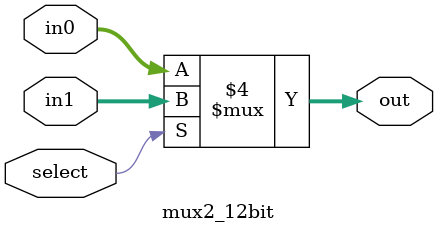
<source format=sv>
`timescale 1ns / 1ps


module mux2_12bit(
input logic[11:0] in0, in1, 
                 input logic select, 
                 output logic[11:0] out);

always_comb begin


if(~select)
    out = in0;

else
    out = in1;

end

endmodule

</source>
